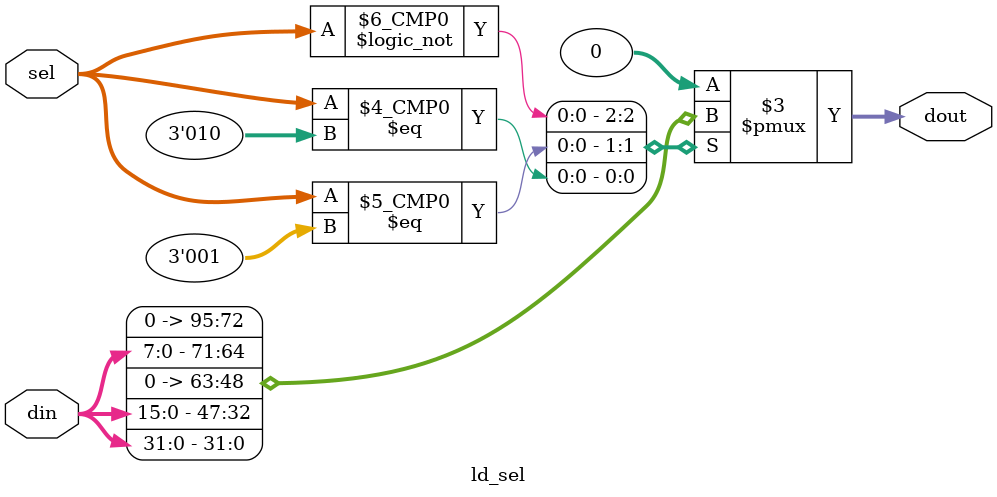
<source format=v>
module ld_sel(
    input [2:0] sel,
    input [31:0] din,
    output reg [31:0] dout
);

    always @( * ) begin
        case (sel)
            //Load Byte
            2'b000  : dout = din[0 +: 8];
            //Load Half
            2'b001  : dout = din[0 +: 16];
            //Load Word
            2'b010  : dout = din[0 +: 32];
            default : dout = 0;
        endcase
    end

endmodule

</source>
